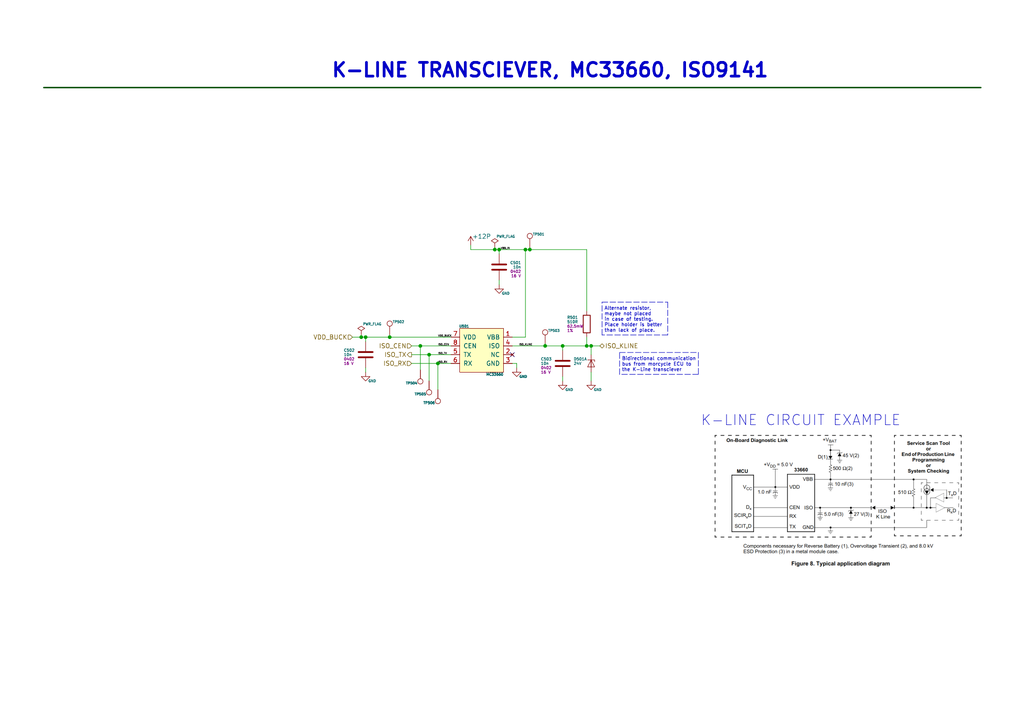
<source format=kicad_sch>
(kicad_sch (version 20211123) (generator eeschema)
  (paper "A4")
  (title_block (title "FZ6N_GATEWAY") (date "2021-05-28") (rev "A0") (company "Quasi Peak") (comment 1 "PRZ"))
  (lib_symbols
    (symbol "Connector:TestPoint" (pin_numbers hide) (pin_names (offset 0.762) hide)
      (property "Reference" "TP" (at 0 6.858 0))
      (property "Value" "TestPoint" (at 0 5.08 0))
      (symbol "TestPoint_0_1"
        (circle (center 0 3.302) (radius 0.762))
      )
      (symbol "TestPoint_1_1"
        (pin passive line (at 0 0 90) (length 2.54) (name "1") (number "1"))
      )
    )
    (symbol "Device:C" (pin_numbers hide) (pin_names (offset 0.254))
      (property "Reference" "C" (at 0.635 2.54 0))
      (property "Value" "C" (at 0.635 -2.54 0))
      (symbol "C_0_1"
        (polyline (pts (xy -2.032 -0.762) (xy 2.032 -0.762)) (stroke (width 0.508)))
        (polyline (pts (xy -2.032 0.762) (xy 2.032 0.762)) (stroke (width 0.508)))
      )
      (symbol "C_1_1"
        (pin passive line (at 0 3.81 270) (length 2.794) (name "~") (number "1"))
        (pin passive line (at 0 -3.81 90) (length 2.794) (name "~") (number "2"))
      )
    )
    (symbol "Device:R" (pin_numbers hide) (pin_names (offset 0))
      (property "Reference" "R" (at 2.032 0 90))
      (property "Value" "R" (at 0 0 90))
      (symbol "R_0_1"
        (rectangle (start -1.016 -2.54) (end 1.016 2.54) (stroke (width 0.254)))
      )
      (symbol "R_1_1"
        (pin passive line (at 0 3.81 270) (length 1.27) (name "~") (number "1"))
        (pin passive line (at 0 -3.81 90) (length 1.27) (name "~") (number "2"))
      )
    )
    (symbol "FZ6N_GATEWAY:MC33660" (pin_names (offset 1.016))
      (property "Reference" "U" (at -5.08 7.62 0))
      (property "Value" "MC33660" (at 1.27 -7.62 0))
      (symbol "MC33660_0_1"
        (rectangle (start -6.35 6.35) (end 6.35 -6.35) (fill (type background)))
      )
      (symbol "MC33660_1_1"
        (pin power_in line (at 8.89 3.81 180) (length 2.54) (name "VBB") (number "1"))
        (pin no_connect line (at 8.89 -1.27 180) (length 2.54) (name "NC") (number "2"))
        (pin power_out line (at 8.89 -3.81 180) (length 2.54) (name "GND") (number "3"))
        (pin bidirectional line (at 8.89 1.27 180) (length 2.54) (name "ISO") (number "4"))
        (pin input line (at -8.89 -1.27 0) (length 2.54) (name "TX") (number "5"))
        (pin output line (at -8.89 -3.81 0) (length 2.54) (name "RX") (number "6"))
        (pin power_in line (at -8.89 3.81 0) (length 2.54) (name "VDD") (number "7"))
        (pin input line (at -8.89 1.27 0) (length 2.54) (name "CEN") (number "8"))
      )
    )
    (symbol "Power_Protection:PESD3V3L4UF" (pin_numbers hide) (pin_names hide)
      (property "Reference" "D" (at 0 2.54 0))
      (property "Value" "PESD3V3L4UF" (at 0 -2.54 0))
      (symbol "PESD3V3L4UF_0_1"
        (polyline (pts (xy -1.016 0) (xy 1.016 0)))
        (polyline (pts (xy -1.016 1.016) (xy -1.016 -1.016) (xy -0.508 -1.016)))
        (polyline (pts (xy 1.016 1.016) (xy -1.016 0) (xy 1.016 -1.016) (xy 1.016 1.016)))
      )
      (symbol "PESD3V3L4UF_1_1"
        (pin passive line (at -2.54 0 0) (length 2.54) (name "K1") (number "1"))
        (pin passive line (at 2.54 0 180) (length 2.54) (name "A") (number "2"))
        (pin passive line (at 2.54 0 180) (length 2.54) hide (name "A") (number "5"))
      )
      (symbol "PESD3V3L4UF_2_1"
        (pin passive line (at -2.54 0 0) (length 2.54) (name "K2") (number "3"))
      )
      (symbol "PESD3V3L4UF_3_1"
        (pin passive line (at -2.54 0 0) (length 2.54) (name "K3") (number "4"))
      )
      (symbol "PESD3V3L4UF_4_1"
        (pin passive line (at -2.54 0 0) (length 2.54) (name "K4") (number "6"))
      )
    )
    (symbol "power:+12P" (power) (pin_names (offset 0))
      (property "Value" "+12P" (at 0 3.556 0))
      (symbol "+12P_0_1"
        (polyline (pts (xy -0.762 1.27) (xy 0 2.54)))
        (polyline (pts (xy 0 0) (xy 0 2.54)))
        (polyline (pts (xy 0 2.54) (xy 0.762 1.27)))
      )
      (symbol "+12P_1_1"
        (pin power_in line (at 0 0 90) (length 0) hide (name "+12P") (number "1"))
      )
    )
    (symbol "power:GND" (power) (pin_names (offset 0))
      (property "Value" "GND" (at 0 -3.81 0))
      (symbol "GND_0_1"
        (polyline (pts (xy 0 0) (xy 0 -1.27) (xy 1.27 -1.27) (xy 0 -2.54) (xy -1.27 -1.27) (xy 0 -1.27)))
      )
      (symbol "GND_1_1"
        (pin power_in line (at 0 0 270) (length 0) hide (name "GND") (number "1"))
      )
    )
    (symbol "power:PWR_FLAG" (power) (pin_numbers hide) (pin_names (offset 0) hide)
      (property "Value" "PWR_FLAG" (at 0 3.81 0))
      (symbol "PWR_FLAG_0_0"
        (pin power_out line (at 0 0 90) (length 0) (name "pwr") (number "1"))
      )
      (symbol "PWR_FLAG_0_1"
        (polyline (pts (xy 0 0) (xy 0 1.27) (xy -1.016 1.905) (xy 0 2.54) (xy 1.016 1.905) (xy 0 1.27)))
      )
    )
  )
  (junction (at 127 105.41))
  (junction (at 106.045 97.79))
  (junction (at 124.46 102.87))
  (junction (at 144.78 72.39))
  (junction (at 113.03 97.79))
  (junction (at 171.45 100.33))
  (junction (at 153.67 72.39))
  (junction (at 152.4 72.39))
  (junction (at 170.18 100.33))
  (junction (at 104.775 97.79))
  (junction (at 158.115 100.33))
  (junction (at 121.92 100.33))
  (junction (at 163.195 100.33))
  (junction (at 143.51 72.39))
  (no_connect (at 148.59 102.87))
  (wire (pts (xy 149.86 105.41) (xy 148.59 105.41)))
  (wire (pts (xy 163.195 101.6) (xy 163.195 100.33)))
  (wire (pts (xy 170.18 100.33) (xy 171.45 100.33)))
  (polyline (pts (xy 179.705 102.235) (xy 202.565 102.235)))
  (wire (pts (xy 144.78 81.28) (xy 144.78 82.55)))
  (wire (pts (xy 121.92 100.33) (xy 130.81 100.33)))
  (wire (pts (xy 171.45 102.87) (xy 171.45 100.33)))
  (wire (pts (xy 171.45 110.49) (xy 171.45 107.95)))
  (wire (pts (xy 119.38 100.33) (xy 121.92 100.33)))
  (wire (pts (xy 152.4 72.39) (xy 152.4 97.79)))
  (wire (pts (xy 113.03 97.79) (xy 130.81 97.79)))
  (wire (pts (xy 158.115 99.695) (xy 158.115 100.33)))
  (polyline (pts (xy 193.675 87.63) (xy 193.675 97.155)))
  (wire (pts (xy 106.045 106.68) (xy 106.045 107.95)))
  (wire (pts (xy 144.78 72.39) (xy 143.51 72.39)))
  (wire (pts (xy 106.045 97.79) (xy 113.03 97.79)))
  (wire (pts (xy 127 113.03) (xy 127 105.41)))
  (wire (pts (xy 148.59 100.33) (xy 158.115 100.33)))
  (wire (pts (xy 149.86 106.68) (xy 149.86 105.41)))
  (polyline (pts (xy 179.705 108.585) (xy 179.705 102.235)))
  (wire (pts (xy 163.195 100.33) (xy 170.18 100.33)))
  (wire (pts (xy 124.46 102.87) (xy 130.81 102.87)))
  (wire (pts (xy 119.38 102.87) (xy 124.46 102.87)))
  (wire (pts (xy 119.38 105.41) (xy 127 105.41)))
  (wire (pts (xy 143.51 71.755) (xy 143.51 72.39)))
  (wire (pts (xy 152.4 72.39) (xy 153.67 72.39)))
  (wire (pts (xy 163.195 110.49) (xy 163.195 109.22)))
  (wire (pts (xy 158.115 100.33) (xy 163.195 100.33)))
  (polyline (pts (xy 202.565 102.235) (xy 202.565 108.585)))
  (polyline (pts (xy 12.7 25.4) (xy 284.48 25.4)) (stroke (width 0.4064) (type solid) (color 0 72 0 1)))
  (wire (pts (xy 104.775 97.79) (xy 106.045 97.79)))
  (wire (pts (xy 171.45 100.33) (xy 173.99 100.33)))
  (polyline (pts (xy 202.565 108.585) (xy 179.705 108.585)))
  (wire (pts (xy 152.4 72.39) (xy 144.78 72.39)))
  (wire (pts (xy 127 105.41) (xy 130.81 105.41)))
  (wire (pts (xy 104.775 97.155) (xy 104.775 97.79)))
  (polyline (pts (xy 174.625 97.155) (xy 174.625 87.63)))
  (wire (pts (xy 148.59 97.79) (xy 152.4 97.79)))
  (wire (pts (xy 170.18 97.79) (xy 170.18 100.33)))
  (wire (pts (xy 106.045 97.79) (xy 106.045 99.06)))
  (wire (pts (xy 153.67 72.39) (xy 170.18 72.39)))
  (polyline (pts (xy 193.675 97.155) (xy 174.625 97.155)))
  (wire (pts (xy 102.235 97.79) (xy 104.775 97.79)))
  (wire (pts (xy 124.46 110.49) (xy 124.46 102.87)))
  (polyline (pts (xy 174.625 87.63) (xy 193.675 87.63)))
  (wire (pts (xy 121.92 100.33) (xy 121.92 107.315)))
  (wire (pts (xy 143.51 72.39) (xy 136.525 72.39)))
  (wire (pts (xy 144.78 72.39) (xy 144.78 73.66)))
  (wire (pts (xy 113.03 97.155) (xy 113.03 97.79)))
  (wire (pts (xy 153.67 71.755) (xy 153.67 72.39)))
  (wire (pts (xy 136.525 71.12) (xy 136.525 72.39)))
  (wire (pts (xy 170.18 72.39) (xy 170.18 90.17)))
  (image (at 243.84 144.78))
  (text "Alternate resistor,\nmaybe not placed\nin case of testing.\nPlace holder is better\nthan lack of place." (at 175.26 96.52 0) (effects (font (size 0.9906 0.9906)) (justify left bottom)))
  (text "Bidirectional communication\nbus from morcycle ECU to\nthe K-Line transciever" (at 180.34 107.95 0) (effects (font (size 0.9906 0.9906)) (justify left bottom)))
  (text "K-LINE TRANSCIEVER, MC33660, ISO9141" (at 95.885 22.86 0) (effects (font (size 3.9878 3.9878) (thickness 0.7976) bold) (justify left bottom)))
  (text "K-LINE CIRCUIT EXAMPLE" (at 203.2 123.825 0) (effects (font (size 2.9972 2.9972)) (justify left bottom)))
  (label "ISO_CEN" (at 127 100.33 0) (effects (font (size 0.508 0.508))))
  (label "ISO_RX" (at 127 105.41 0) (effects (font (size 0.508 0.508))))
  (label "ISO_TX" (at 127 102.87 0) (effects (font (size 0.508 0.508))))
  (label "ISO_KLINE" (at 150.495 100.33 0) (effects (font (size 0.508 0.508))))
  (label "VDD_BUCK" (at 127 97.79 0) (effects (font (size 0.508 0.508))))
  (label "VBB_IN" (at 147.955 72.39 180) (effects (font (size 0.508 0.508))))
  (hierarchical_label "ISO_RX" (shape input) (at 119.38 105.41 180))
  (hierarchical_label "ISO_CEN" (shape input) (at 119.38 100.33 180))
  (hierarchical_label "ISO_TX" (shape output) (at 119.38 102.87 180))
  (hierarchical_label "VDD_BUCK" (shape input) (at 102.235 97.79 180))
  (hierarchical_label "ISO_KLINE" (shape bidirectional) (at 173.99 100.33 0))
  (symbol (lib_id "FZ6N_GATEWAY:MC33660") (at 139.7 101.6 0) (unit 1)
    (property "Reference" "U501" (at 134.62 94.615 0) (effects (font (size 0.7112 0.7112))))
    (property "Value" "MC33660" (at 143.51 108.585 0) (effects (font (size 0.7112 0.7112))))
    (property "Footprint" "FZ6N_GATEWAY:MC33660_SOICN-8" (effects hide))
    (property "Datasheet" "https://pl.mouser.com/datasheet/2/302/MC33660-1126837.pdf" (effects hide))
  )
  (symbol (lib_id "power:PWR_FLAG") (at 104.775 97.155 0) (unit 1)
    (property "Reference" "#FLG0502" (effects hide))
    (property "Value" "PWR_FLAG" (at 107.95 93.98 0) (effects (font (size 0.7112 0.7112))))
  )
  (symbol (lib_id "Device:C") (at 106.045 102.87 0) (mirror x)
    (property "Reference" "C502" (at 99.695 101.6 0) (effects (font (size 0.7874 0.7874)) (justify left)))
    (property "Value" "10n" (at 99.695 102.87 0) (effects (font (size 0.7874 0.7874)) (justify left)))
    (property "Footprint" "Capacitor_SMD:C_0402_1005Metric" (effects hide))
    (property "Manufacturer" "KEMET" (effects hide))
    (property "Mfg number" "C0402C103K4RACTU " (effects hide))
    (property "Package" "0402" (at 99.695 104.14 0) (effects (font (size 0.7874 0.7874)) (justify left)))
    (property "Voltage" "16 V" (at 99.695 105.41 0) (effects (font (size 0.7874 0.7874)) (justify left)))
    (property "Izolation material" "X7R" (effects hide))
    (property "Tolerance" "10 %" (effects hide))
    (property "Placed" "NP" (effects hide))
  )
  (symbol (lib_id "power:GND") (at 106.045 107.95 0) (unit 1)
    (property "Reference" "#PWR0503" (effects hide))
    (property "Value" "GND" (at 107.95 110.49 0) (effects (font (size 0.7112 0.7112))))
  )
  (symbol (lib_id "power:GND") (at 149.86 106.68 0) (unit 1)
    (property "Reference" "#PWR0502" (effects hide))
    (property "Value" "GND" (at 151.765 109.22 0) (effects (font (size 0.7112 0.7112))))
  )
  (symbol (lib_id "Device:C") (at 163.195 105.41 0) (mirror x)
    (property "Reference" "C503" (at 156.845 104.14 0) (effects (font (size 0.7874 0.7874)) (justify left)))
    (property "Value" "10n" (at 156.845 105.41 0) (effects (font (size 0.7874 0.7874)) (justify left)))
    (property "Footprint" "Capacitor_SMD:C_0402_1005Metric" (effects hide))
    (property "Manufacturer" "KEMET" (effects hide))
    (property "Mfg number" "C0402C103K4RACTU " (effects hide))
    (property "Package" "0402" (at 156.845 106.68 0) (effects (font (size 0.7874 0.7874)) (justify left)))
    (property "Voltage" "16 V" (at 156.845 107.95 0) (effects (font (size 0.7874 0.7874)) (justify left)))
    (property "Izolation material" "X7R" (effects hide))
    (property "Tolerance" "10 %" (effects hide))
    (property "Placed" "NP" (effects hide))
  )
  (symbol (lib_id "power:GND") (at 163.195 110.49 0) (unit 1)
    (property "Reference" "#PWR0504" (effects hide))
    (property "Value" "GND" (at 165.1 113.03 0) (effects (font (size 0.7112 0.7112))))
  )
  (symbol (lib_id "power:GND") (at 171.45 110.49 0) (unit 1)
    (property "Reference" "#PWR0505" (effects hide))
    (property "Value" "GND" (at 173.355 113.03 0) (effects (font (size 0.7112 0.7112))))
  )
  (symbol (lib_id "Device:C") (at 144.78 77.47 180)
    (property "Reference" "C501" (at 151.13 76.2 0) (effects (font (size 0.7874 0.7874)) (justify left)))
    (property "Value" "10n" (at 151.13 77.47 0) (effects (font (size 0.7874 0.7874)) (justify left)))
    (property "Footprint" "Capacitor_SMD:C_0402_1005Metric" (effects hide))
    (property "Manufacturer" "KEMET" (effects hide))
    (property "Mfg number" "C0402C103K4RACTU " (effects hide))
    (property "Package" "0402" (at 151.13 78.74 0) (effects (font (size 0.7874 0.7874)) (justify left)))
    (property "Voltage" "16 V" (at 151.13 80.01 0) (effects (font (size 0.7874 0.7874)) (justify left)))
    (property "Izolation material" "X7R" (effects hide))
    (property "Tolerance" "10 %" (effects hide))
    (property "Placed" "NP" (effects hide))
  )
  (symbol (lib_id "power:GND") (at 144.78 82.55 0) (unit 1)
    (property "Reference" "#PWR0501" (effects hide))
    (property "Value" "GND" (at 146.685 85.09 0) (effects (font (size 0.7112 0.7112))))
  )
  (symbol (lib_id "power:PWR_FLAG") (at 143.51 71.755 0) (unit 1)
    (property "Reference" "#FLG0501" (effects hide))
    (property "Value" "PWR_FLAG" (at 146.685 68.58 0) (effects (font (size 0.7112 0.7112))))
  )
  (symbol (lib_id "Device:R") (at 170.18 93.98 0) (mirror x)
    (property "Reference" "R501" (at 164.465 92.075 0) (effects (font (size 0.7874 0.7874)) (justify left)))
    (property "Value" "510R" (at 164.465 93.345 0) (effects (font (size 0.7874 0.7874)) (justify left)))
    (property "Footprint" "Resistor_SMD:R_0402_1005Metric" (effects hide))
    (property "Datasheet" "https://pl.mouser.com/datasheet/2/447/PYu_RC_Group_51_RoHS_L_10-1664068.pdf" (effects hide))
    (property "Manufacturer" "Yageo " (effects hide))
    (property "Package" "0402" (effects hide))
    (property "Part Number" "RC0402FR-07510RL" (effects hide))
    (property "Nominal Power" "62.5mW" (at 164.465 94.615 0) (effects (font (size 0.7874 0.7874)) (justify left)))
    (property "Tolerance" "1%" (at 164.465 95.885 0) (effects (font (size 0.7874 0.7874)) (justify left)))
    (property "Voltage" "50V" (effects hide))
    (property "Type" "Thick Film" (effects hide))
    (property "TempCo" "100PPM/C" (effects hide))
  )
  (symbol (lib_id "Power_Protection:PESD3V3L4UF") (at 171.45 105.41 90) (mirror x)
    (property "Reference" "D501" (at 166.37 104.14 90) (effects (font (size 0.7874 0.7874)) (justify right)))
    (property "Value" "24V" (at 166.37 105.41 90) (effects (font (size 0.7874 0.7874)) (justify right)))
    (property "Footprint" "Diode_SMD:D_SOD-523" (effects hide))
    (property "Datasheet" "https://pl.mouser.com/datasheet/2/916/PESD24VS1UB-1900675.pdf" (effects hide))
    (property "Manufacturer" "Nexperia" (effects hide))
    (property "Package" "SOD-523-2" (effects hide))
    (property "Part Number" "PESD24VS1UB,115" (effects hide))
    (property "Product Type" "ESD Suppressors" (effects hide))
    (property "Polarization" "Unidirectional" (effects hide))
    (property "Working Voltage" "24V" (effects hide))
    (property "Breakdown Voltage" "27.5V" (effects hide))
    (property "Stabilization Voltage" "70V" (effects hide))
    (property "Peak pulse power" "330W" (effects hide))
  )
  (symbol (lib_id "Connector:TestPoint") (at 153.67 71.755 0)
    (property "Reference" "TP501" (at 156.21 67.945 0) (effects (font (size 0.7112 0.7112))))
    (property "Value" "TestPoint" (effects hide))
    (property "Footprint" "TestPoint:TestPoint_Pad_D1.0mm" (effects hide))
  )
  (symbol (lib_id "Connector:TestPoint") (at 158.115 99.695 0)
    (property "Reference" "TP503" (at 160.655 95.885 0) (effects (font (size 0.7112 0.7112))))
    (property "Value" "TestPoint" (effects hide))
    (property "Footprint" "TestPoint:TestPoint_Pad_D1.0mm" (effects hide))
  )
  (symbol (lib_id "Connector:TestPoint") (at 113.03 97.155 0)
    (property "Reference" "TP502" (at 115.57 93.345 0) (effects (font (size 0.7112 0.7112))))
    (property "Value" "TestPoint" (effects hide))
    (property "Footprint" "TestPoint:TestPoint_Pad_D1.0mm" (effects hide))
  )
  (symbol (lib_id "Connector:TestPoint") (at 121.92 107.315 180)
    (property "Reference" "TP504" (at 119.38 111.125 0) (effects (font (size 0.7112 0.7112))))
    (property "Value" "TestPoint" (effects hide))
    (property "Footprint" "TestPoint:TestPoint_Pad_D1.0mm" (effects hide))
  )
  (symbol (lib_id "Connector:TestPoint") (at 124.46 110.49 180)
    (property "Reference" "TP505" (at 121.92 114.3 0) (effects (font (size 0.7112 0.7112))))
    (property "Value" "TestPoint" (effects hide))
    (property "Footprint" "TestPoint:TestPoint_Pad_D1.0mm" (effects hide))
  )
  (symbol (lib_id "Connector:TestPoint") (at 127 113.03 180)
    (property "Reference" "TP506" (at 124.46 116.84 0) (effects (font (size 0.7112 0.7112))))
    (property "Value" "TestPoint" (effects hide))
    (property "Footprint" "TestPoint:TestPoint_Pad_D1.0mm" (effects hide))
  )
  (symbol (lib_id "power:+12P") (at 136.525 71.12 0) (unit 1)
    (property "Reference" "#PWR?" (effects hide))
    (property "Value" "+12P" (at 139.7 68.58 0))
  )
)
</source>
